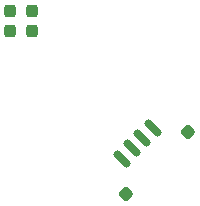
<source format=gbr>
%TF.GenerationSoftware,KiCad,Pcbnew,7.0.10*%
%TF.CreationDate,2024-01-07T23:47:08-08:00*%
%TF.ProjectId,AS5048B,41533530-3438-4422-9e6b-696361645f70,rev?*%
%TF.SameCoordinates,Original*%
%TF.FileFunction,Paste,Bot*%
%TF.FilePolarity,Positive*%
%FSLAX46Y46*%
G04 Gerber Fmt 4.6, Leading zero omitted, Abs format (unit mm)*
G04 Created by KiCad (PCBNEW 7.0.10) date 2024-01-07 23:47:08*
%MOMM*%
%LPD*%
G01*
G04 APERTURE LIST*
G04 Aperture macros list*
%AMRoundRect*
0 Rectangle with rounded corners*
0 $1 Rounding radius*
0 $2 $3 $4 $5 $6 $7 $8 $9 X,Y pos of 4 corners*
0 Add a 4 corners polygon primitive as box body*
4,1,4,$2,$3,$4,$5,$6,$7,$8,$9,$2,$3,0*
0 Add four circle primitives for the rounded corners*
1,1,$1+$1,$2,$3*
1,1,$1+$1,$4,$5*
1,1,$1+$1,$6,$7*
1,1,$1+$1,$8,$9*
0 Add four rect primitives between the rounded corners*
20,1,$1+$1,$2,$3,$4,$5,0*
20,1,$1+$1,$4,$5,$6,$7,0*
20,1,$1+$1,$6,$7,$8,$9,0*
20,1,$1+$1,$8,$9,$2,$3,0*%
G04 Aperture macros list end*
%ADD10RoundRect,0.237500X0.237500X-0.300000X0.237500X0.300000X-0.237500X0.300000X-0.237500X-0.300000X0*%
%ADD11RoundRect,0.237500X-0.237500X0.300000X-0.237500X-0.300000X0.237500X-0.300000X0.237500X0.300000X0*%
%ADD12RoundRect,0.150000X-0.388909X0.601041X-0.601041X0.388909X0.388909X-0.601041X0.601041X-0.388909X0*%
%ADD13RoundRect,0.250000X0.000000X0.353553X-0.353553X0.000000X0.000000X-0.353553X0.353553X0.000000X0*%
G04 APERTURE END LIST*
D10*
%TO.C,C1*%
X144452482Y-145710513D03*
X144452482Y-143985513D03*
%TD*%
D11*
%TO.C,C2*%
X146317537Y-143998555D03*
X146317537Y-145723555D03*
%TD*%
D12*
%TO.C,Je*%
X156517678Y-153866027D03*
X155633794Y-154749911D03*
X154749911Y-155633794D03*
X153866027Y-156517678D03*
D13*
X159487526Y-154219581D03*
X154219581Y-159487526D03*
%TD*%
M02*

</source>
